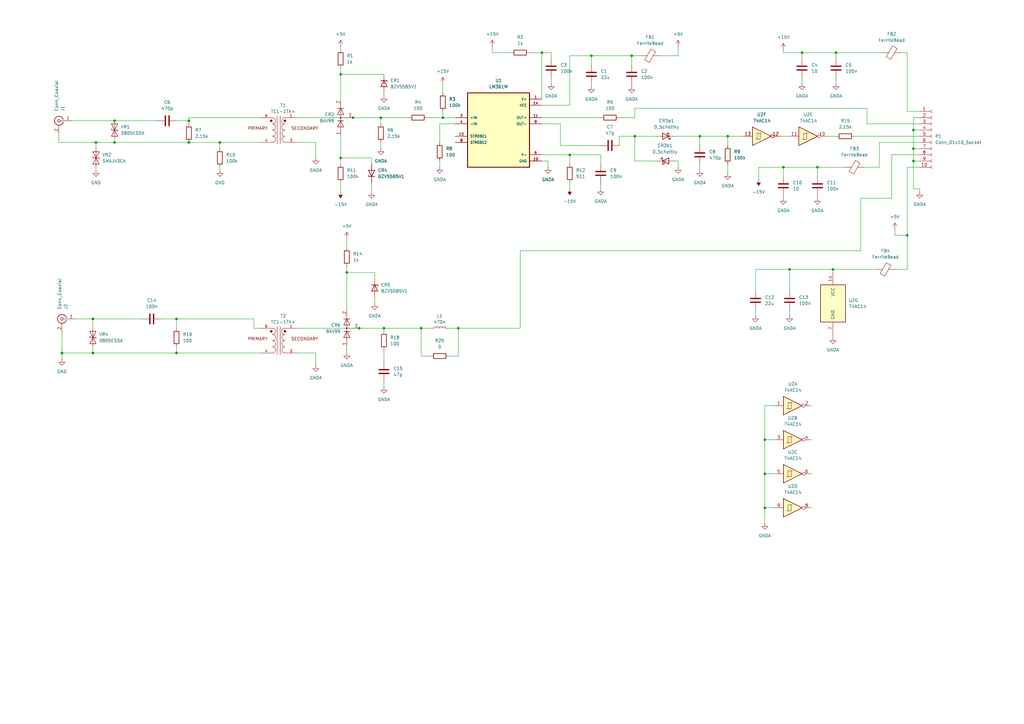
<source format=kicad_sch>
(kicad_sch (version 20250114) (generator "eeschema") (generator_version "9.0")
  (paper "A3")
  (lib_symbols
    (symbol "74xx:74HC14" (pin_names (offset 1.016))
      (property "Reference" "U" (at 0 1.27 0))
      (property "Value" "74HC14" (at 0 -1.27 0))
      (symbol "74HC14_1_0"
        (pin input line (at -7.62 0 0) (length 3.81) (name "~") (number "1"))
        (pin output inverted (at 7.62 0 180) (length 3.81) (name "~") (number "2"))
      )
      (symbol "74HC14_2_0"
        (pin input line (at -7.62 0 0) (length 3.81) (name "~") (number "3"))
        (pin output inverted (at 7.62 0 180) (length 3.81) (name "~") (number "4"))
      )
      (symbol "74HC14_3_0"
        (pin input line (at -7.62 0 0) (length 3.81) (name "~") (number "5"))
        (pin output inverted (at 7.62 0 180) (length 3.81) (name "~") (number "6"))
      )
      (symbol "74HC14_4_0"
        (pin input line (at -7.62 0 0) (length 3.81) (name "~") (number "9"))
        (pin output inverted (at 7.62 0 180) (length 3.81) (name "~") (number "8"))
      )
      (symbol "74HC14_5_0"
        (pin input line (at -7.62 0 0) (length 3.81) (name "~") (number "11"))
        (pin output inverted (at 7.62 0 180) (length 3.81) (name "~") (number "10"))
      )
      (symbol "74HC14_6_0"
        (pin input line (at -7.62 0 0) (length 3.81) (name "~") (number "13"))
        (pin output inverted (at 7.62 0 180) (length 3.81) (name "~") (number "12"))
      )
      (symbol "74HC14_7_0"
        (pin power_in line (at 0 12.7 270) (length 5.08) (name "VCC") (number "14"))
        (pin power_in line (at 0 -12.7 90) (length 5.08) (name "GND") (number "7"))
      )
    )
    (symbol "Connector:Conn_01x10_Socket" (pin_names (offset 1.016) (hide yes))
      (property "Reference" "J" (at 0 12.7 0))
      (property "Value" "Conn_01x10_Socket" (at 0 -15.24 0))
      (symbol "Conn_01x10_Socket_1_1"
        (pin passive line (at -5.08 10.16 0) (length 3.81) (name "Pin_1") (number "1"))
        (pin passive line (at -5.08 7.62 0) (length 3.81) (name "Pin_2") (number "2"))
        (pin passive line (at -5.08 5.08 0) (length 3.81) (name "Pin_3") (number "3"))
        (pin passive line (at -5.08 2.54 0) (length 3.81) (name "Pin_4") (number "4"))
        (pin passive line (at -5.08 0 0) (length 3.81) (name "Pin_5") (number "5"))
        (pin passive line (at -5.08 -2.54 0) (length 3.81) (name "Pin_6") (number "6"))
        (pin passive line (at -5.08 -5.08 0) (length 3.81) (name "Pin_7") (number "7"))
        (pin passive line (at -5.08 -7.62 0) (length 3.81) (name "Pin_8") (number "8"))
        (pin passive line (at -5.08 -10.16 0) (length 3.81) (name "Pin_9") (number "9"))
        (pin passive line (at -5.08 -12.7 0) (length 3.81) (name "Pin_10") (number "10"))
      )
    )
    (symbol "Connector:Conn_Coaxial" (pin_names (offset 1.016) (hide yes))
      (property "Reference" "J" (at 0.254 3.048 0))
      (property "Value" "Conn_Coaxial" (at 2.921 0 90))
      (symbol "Conn_Coaxial_1_1"
        (pin passive line (at -5.08 0 0) (length 2.54) (name "In") (number "1"))
        (pin passive line (at 0 -5.08 90) (length 2.54) (name "Ext") (number "2"))
      )
    )
    (symbol "Device:C" (pin_numbers (hide yes)) (pin_names (offset 0.254))
      (property "Reference" "C" (at 0.635 2.54 0))
      (property "Value" "C" (at 0.635 -2.54 0))
      (symbol "C_1_1"
        (pin passive line (at 0 3.81 270) (length 2.794) (name "~") (number "1"))
        (pin passive line (at 0 -3.81 90) (length 2.794) (name "~") (number "2"))
      )
    )
    (symbol "Device:D_Schottky" (pin_numbers (hide yes)) (pin_names (offset 1.016) (hide yes))
      (property "Reference" "D" (at 0 2.54 0))
      (property "Value" "D_Schottky" (at 0 -2.54 0))
      (symbol "D_Schottky_1_1"
        (pin passive line (at -3.81 0 0) (length 2.54) (name "K") (number "1"))
        (pin passive line (at 3.81 0 180) (length 2.54) (name "A") (number "2"))
      )
    )
    (symbol "Device:FerriteBead" (pin_numbers (hide yes)) (pin_names (offset 0))
      (property "Reference" "FB" (at -3.81 0.635 90))
      (property "Value" "FerriteBead" (at 3.81 0 90))
      (symbol "FerriteBead_1_1"
        (pin passive line (at 0 3.81 270) (length 2.54) (name "~") (number "1"))
        (pin passive line (at 0 -3.81 90) (length 2.54) (name "~") (number "2"))
      )
    )
    (symbol "Device:L" (pin_numbers (hide yes)) (pin_names (offset 1.016) (hide yes))
      (property "Reference" "L" (at -1.27 0 90))
      (property "Value" "L" (at 1.905 0 90))
      (symbol "L_1_1"
        (pin passive line (at 0 3.81 270) (length 1.27) (name "1") (number "1"))
        (pin passive line (at 0 -3.81 90) (length 1.27) (name "2") (number "2"))
      )
    )
    (symbol "Device:R" (pin_numbers (hide yes)) (pin_names (offset 0))
      (property "Reference" "R" (at 2.032 0 90))
      (property "Value" "R" (at 0 0 90))
      (symbol "R_1_1"
        (pin passive line (at 0 3.81 270) (length 1.27) (name "~") (number "1"))
        (pin passive line (at 0 -3.81 90) (length 1.27) (name "~") (number "2"))
      )
    )
    (symbol "Diode:BAV99" (pin_names (hide yes))
      (property "Reference" "D" (at 0 5.08 0))
      (property "Value" "BAV99" (at 0 2.54 0))
      (symbol "BAV99_1_1"
        (pin passive line (at -7.62 0 0) (length 2.54) (name "K") (number "1"))
        (pin passive line (at 0 -5.08 90) (length 2.54) (name "K") (number "3"))
        (pin passive line (at 7.62 0 180) (length 2.54) (name "A") (number "2"))
      )
    )
    (symbol "Diode:BZV55B5V1" (pin_numbers (hide yes)) (pin_names (hide yes))
      (property "Reference" "D" (at 0 2.54 0))
      (property "Value" "BZV55B5V1" (at 0 -2.54 0))
      (symbol "BZV55B5V1_1_1"
        (pin passive line (at -3.81 0 0) (length 2.54) (name "K") (number "1"))
        (pin passive line (at 3.81 0 180) (length 2.54) (name "A") (number "2"))
      )
    )
    (symbol "Diode:SMAJ43CA" (pin_numbers (hide yes)) (pin_names (offset 1.016) (hide yes))
      (property "Reference" "D" (at 0 2.54 0))
      (property "Value" "SMAJ43CA" (at 0 -2.54 0))
      (symbol "SMAJ43CA_1_1"
        (pin passive line (at -3.81 0 0) (length 2.54) (name "A1") (number "1"))
        (pin passive line (at 3.81 0 180) (length 2.54) (name "A2") (number "2"))
      )
    )
    (symbol "LM361M:LM361M" (pin_names (offset 1.016))
      (property "Reference" "U" (at -12.7 16.24 0))
      (property "Value" "LM361M" (at -12.7 -19.24 0))
      (symbol "LM361M_0_0"
        (pin input line (at -17.78 5.08 0) (length 5.08) (name "+IN") (number "3"))
        (pin input line (at -17.78 2.54 0) (length 5.08) (name "-IN") (number "4"))
        (pin bidirectional line (at -17.78 -2.54 0) (length 5.08) (name "STROBE1") (number "13"))
        (pin bidirectional line (at -17.78 -5.08 0) (length 5.08) (name "STROBE2") (number "8"))
        (pin power_in line (at 17.78 12.7 180) (length 5.08) (name "V+") (number "1"))
        (pin power_in line (at 17.78 10.16 180) (length 5.08) (name "VCC") (number "14"))
        (pin output line (at 17.78 5.08 180) (length 5.08) (name "OUT+") (number "11"))
        (pin output line (at 17.78 2.54 180) (length 5.08) (name "OUT-") (number "9"))
        (pin power_in line (at 17.78 -10.16 180) (length 5.08) (name "V-") (number "6"))
        (pin power_in line (at 17.78 -12.7 180) (length 5.08) (name "GND") (number "10"))
      )
    )
    (symbol "TC1-1-13M_:TC1-1-13M_" (pin_names (offset 1.016))
      (property "Reference" "T" (at -5.0839 7.6279 0))
      (property "Value" "TC1-1-13M_" (at -5.0814 -7.6227 0))
      (symbol "TC1-1-13M__0_0"
        (text "PRIMARY" (at -12.7 0 0) (effects (font (size 1.27 1.27)) (justify left bottom)))
        (text "SECONDARY" (at 5.08 0 0) (effects (font (size 1.27 1.27)) (justify left bottom)))
        (pin passive line (at -7.62 5.08 0) (length 5.08) (name "~") (number "6"))
        (pin passive line (at -7.62 -5.08 0) (length 5.08) (name "~") (number "4"))
        (pin passive line (at 7.62 5.08 180) (length 5.08) (name "~") (number "1"))
        (pin passive line (at 7.62 -5.08 180) (length 5.08) (name "~") (number "3"))
      )
    )
    (symbol "power:+15V" (power) (pin_numbers (hide yes)) (pin_names (offset 0) (hide yes))
      (property "Value" "+15V" (at 0 3.556 0))
      (symbol "+15V_1_1"
        (pin power_in line (at 0 0 90) (length 0) (name "~") (number "1"))
      )
    )
    (symbol "power:+5V" (power) (pin_numbers (hide yes)) (pin_names (offset 0) (hide yes))
      (property "Value" "+5V" (at 0 3.556 0))
      (symbol "+5V_1_1"
        (pin power_in line (at 0 0 90) (length 0) (name "~") (number "1"))
      )
    )
    (symbol "power:-15V" (power) (pin_numbers (hide yes)) (pin_names (offset 0) (hide yes))
      (property "Value" "-15V" (at 0 3.556 0))
      (symbol "-15V_0_0"
        (pin power_in line (at 0 0 90) (length 0) (name "~") (number "1"))
      )
    )
    (symbol "power:GND" (power) (pin_numbers (hide yes)) (pin_names (offset 0) (hide yes))
      (property "Value" "GND" (at 0 -3.81 0))
      (symbol "GND_1_1"
        (pin power_in line (at 0 0 270) (length 0) (name "~") (number "1"))
      )
    )
    (symbol "power:GNDA" (power) (pin_numbers (hide yes)) (pin_names (offset 0) (hide yes))
      (property "Value" "GNDA" (at 0 -3.81 0))
      (symbol "GNDA_1_1"
        (pin power_in line (at 0 0 270) (length 0) (name "~") (number "1"))
      )
    )
  )
  (junction (at 38.1 144.78))
  (junction (at 72.39 144.78))
  (junction (at 335.28 68.58))
  (junction (at 147.32 134.62))
  (junction (at 77.47 49.53))
  (junction (at 260.35 55.88))
  (junction (at 242.57 22.86))
  (junction (at 233.68 63.5))
  (junction (at 341.63 110.49))
  (junction (at 46.99 49.53))
  (junction (at 374.65 60.96))
  (junction (at 374.65 66.04))
  (junction (at 287.02 55.88))
  (junction (at 181.61 48.26))
  (junction (at 156.21 48.26))
  (junction (at 72.39 130.81))
  (junction (at 298.45 55.88))
  (junction (at 157.48 134.62))
  (junction (at 46.99 58.42))
  (junction (at 77.47 58.42))
  (junction (at 374.65 53.34))
  (junction (at 313.69 208.28))
  (junction (at 142.24 111.76))
  (junction (at 342.9 21.59))
  (junction (at 38.1 130.81))
  (junction (at 323.85 110.49))
  (junction (at 90.17 58.42))
  (junction (at 259.08 22.86))
  (junction (at 144.78 48.26))
  (junction (at 372.11 96.52))
  (junction (at 321.31 68.58))
  (junction (at 222.25 21.59))
  (junction (at 39.37 58.42))
  (junction (at 328.93 21.59))
  (junction (at 187.96 134.62))
  (junction (at 25.4 144.78))
  (junction (at 313.69 194.31))
  (junction (at 313.69 180.34))
  (junction (at 139.7 64.77))
  (junction (at 139.7 30.48))
  (junction (at 172.72 134.62))
  (wire (pts (xy 90.17 58.42) (xy 106.68 58.42)))
  (wire (pts (xy 233.68 63.5) (xy 233.68 67.31)))
  (wire (pts (xy 269.24 66.04) (xy 260.35 66.04)))
  (wire (pts (xy 222.25 40.64) (xy 222.25 21.59)))
  (wire (pts (xy 365.76 63.5) (xy 365.76 81.28)))
  (wire (pts (xy 355.6 50.8) (xy 377.19 50.8)))
  (wire (pts (xy 374.65 66.04) (xy 374.65 60.96)))
  (wire (pts (xy 342.9 31.75) (xy 342.9 34.29)))
  (wire (pts (xy 139.7 74.93) (xy 139.7 78.74)))
  (wire (pts (xy 372.11 21.59) (xy 372.11 45.72)))
  (wire (pts (xy 152.4 74.93) (xy 152.4 78.74)))
  (wire (pts (xy 157.48 156.21) (xy 157.48 158.75)))
  (wire (pts (xy 377.19 66.04) (xy 374.65 66.04)))
  (wire (pts (xy 121.92 48.26) (xy 144.78 48.26)))
  (wire (pts (xy 246.38 63.5) (xy 233.68 63.5)))
  (wire (pts (xy 217.17 21.59) (xy 222.25 21.59)))
  (wire (pts (xy 176.53 146.05) (xy 172.72 146.05)))
  (wire (pts (xy 153.67 114.3) (xy 153.67 111.76)))
  (wire (pts (xy 157.48 135.89) (xy 157.48 134.62)))
  (wire (pts (xy 144.78 48.26) (xy 156.21 48.26)))
  (wire (pts (xy 377.19 58.42) (xy 360.68 58.42)))
  (wire (pts (xy 377.19 63.5) (xy 365.76 63.5)))
  (wire (pts (xy 287.02 67.31) (xy 287.02 69.85)))
  (wire (pts (xy 147.32 134.62) (xy 157.48 134.62)))
  (wire (pts (xy 156.21 58.42) (xy 156.21 60.96)))
  (wire (pts (xy 229.87 59.69) (xy 246.38 59.69)))
  (wire (pts (xy 353.06 81.28) (xy 353.06 102.87)))
  (wire (pts (xy 72.39 144.78) (xy 106.68 144.78)))
  (wire (pts (xy 278.13 19.05) (xy 278.13 22.86)))
  (wire (pts (xy 181.61 34.29) (xy 181.61 38.1)))
  (wire (pts (xy 72.39 144.78) (xy 72.39 142.24)))
  (wire (pts (xy 222.25 21.59) (xy 226.06 21.59)))
  (wire (pts (xy 260.35 48.26) (xy 260.35 44.45)))
  (wire (pts (xy 142.24 97.79) (xy 142.24 101.6)))
  (wire (pts (xy 226.06 31.75) (xy 226.06 34.29)))
  (wire (pts (xy 260.35 66.04) (xy 260.35 55.88)))
  (wire (pts (xy 254 55.88) (xy 260.35 55.88)))
  (wire (pts (xy 39.37 58.42) (xy 24.13 58.42)))
  (wire (pts (xy 372.11 45.72) (xy 377.19 45.72)))
  (wire (pts (xy 157.48 143.51) (xy 157.48 148.59)))
  (wire (pts (xy 152.4 67.31) (xy 152.4 64.77)))
  (wire (pts (xy 298.45 55.88) (xy 304.8 55.88)))
  (wire (pts (xy 298.45 59.69) (xy 298.45 55.88)))
  (wire (pts (xy 201.93 19.05) (xy 201.93 21.59)))
  (wire (pts (xy 121.92 58.42) (xy 129.54 58.42)))
  (wire (pts (xy 360.68 68.58) (xy 354.33 68.58)))
  (wire (pts (xy 46.99 58.42) (xy 39.37 58.42)))
  (wire (pts (xy 309.88 127) (xy 309.88 129.54)))
  (wire (pts (xy 372.11 110.49) (xy 367.03 110.49)))
  (wire (pts (xy 278.13 22.86) (xy 270.51 22.86)))
  (wire (pts (xy 298.45 67.31) (xy 298.45 71.12)))
  (wire (pts (xy 276.86 66.04) (xy 278.13 66.04)))
  (wire (pts (xy 139.7 30.48) (xy 139.7 40.64)))
  (wire (pts (xy 339.09 55.88) (xy 342.9 55.88)))
  (wire (pts (xy 46.99 57.15) (xy 46.99 58.42)))
  (wire (pts (xy 172.72 134.62) (xy 176.53 134.62)))
  (wire (pts (xy 323.85 110.49) (xy 341.63 110.49)))
  (wire (pts (xy 328.93 21.59) (xy 321.31 21.59)))
  (wire (pts (xy 317.5 208.28) (xy 313.69 208.28)))
  (wire (pts (xy 121.92 134.62) (xy 147.32 134.62)))
  (wire (pts (xy 374.65 60.96) (xy 374.65 53.34)))
  (wire (pts (xy 72.39 49.53) (xy 77.47 49.53)))
  (wire (pts (xy 153.67 111.76) (xy 142.24 111.76)))
  (wire (pts (xy 309.88 110.49) (xy 309.88 119.38)))
  (wire (pts (xy 313.69 194.31) (xy 317.5 194.31)))
  (wire (pts (xy 260.35 44.45) (xy 355.6 44.45)))
  (wire (pts (xy 377.19 48.26) (xy 374.65 48.26)))
  (wire (pts (xy 246.38 74.93) (xy 246.38 77.47)))
  (wire (pts (xy 374.65 77.47) (xy 374.65 66.04)))
  (wire (pts (xy 104.14 130.81) (xy 104.14 134.62)))
  (wire (pts (xy 46.99 49.53) (xy 64.77 49.53)))
  (wire (pts (xy 142.24 142.24) (xy 142.24 144.78)))
  (wire (pts (xy 353.06 102.87) (xy 213.36 102.87)))
  (wire (pts (xy 157.48 134.62) (xy 172.72 134.62)))
  (wire (pts (xy 139.7 30.48) (xy 157.48 30.48)))
  (wire (pts (xy 313.69 180.34) (xy 313.69 194.31)))
  (wire (pts (xy 359.41 110.49) (xy 341.63 110.49)))
  (wire (pts (xy 222.25 48.26) (xy 246.38 48.26)))
  (wire (pts (xy 229.87 50.8) (xy 229.87 59.69)))
  (wire (pts (xy 222.25 43.18) (xy 233.68 43.18)))
  (wire (pts (xy 311.15 68.58) (xy 321.31 68.58)))
  (wire (pts (xy 46.99 58.42) (xy 77.47 58.42)))
  (wire (pts (xy 335.28 68.58) (xy 335.28 72.39)))
  (wire (pts (xy 213.36 134.62) (xy 187.96 134.62)))
  (wire (pts (xy 175.26 48.26) (xy 181.61 48.26)))
  (wire (pts (xy 30.48 130.81) (xy 38.1 130.81)))
  (wire (pts (xy 25.4 144.78) (xy 25.4 147.32)))
  (wire (pts (xy 321.31 68.58) (xy 335.28 68.58)))
  (wire (pts (xy 222.25 63.5) (xy 233.68 63.5)))
  (wire (pts (xy 262.89 22.86) (xy 259.08 22.86)))
  (wire (pts (xy 365.76 81.28) (xy 353.06 81.28)))
  (wire (pts (xy 139.7 19.05) (xy 139.7 20.32)))
  (wire (pts (xy 311.15 73.66) (xy 311.15 68.58)))
  (wire (pts (xy 153.67 121.92) (xy 153.67 124.46)))
  (wire (pts (xy 77.47 48.26) (xy 77.47 49.53)))
  (wire (pts (xy 328.93 31.75) (xy 328.93 34.29)))
  (wire (pts (xy 233.68 43.18) (xy 233.68 22.86)))
  (wire (pts (xy 77.47 49.53) (xy 77.47 50.8)))
  (wire (pts (xy 341.63 110.49) (xy 341.63 111.76)))
  (wire (pts (xy 259.08 22.86) (xy 259.08 26.67)))
  (wire (pts (xy 187.96 134.62) (xy 187.96 146.05)))
  (wire (pts (xy 254 59.69) (xy 254 55.88)))
  (wire (pts (xy 142.24 109.22) (xy 142.24 111.76)))
  (wire (pts (xy 246.38 67.31) (xy 246.38 63.5)))
  (wire (pts (xy 90.17 68.58) (xy 90.17 69.85)))
  (wire (pts (xy 66.04 130.81) (xy 72.39 130.81)))
  (wire (pts (xy 313.69 166.37) (xy 313.69 180.34)))
  (wire (pts (xy 226.06 21.59) (xy 226.06 24.13)))
  (wire (pts (xy 181.61 48.26) (xy 186.69 48.26)))
  (wire (pts (xy 361.95 21.59) (xy 342.9 21.59)))
  (wire (pts (xy 222.25 50.8) (xy 229.87 50.8)))
  (wire (pts (xy 335.28 80.01) (xy 335.28 81.28)))
  (wire (pts (xy 328.93 21.59) (xy 342.9 21.59)))
  (wire (pts (xy 72.39 130.81) (xy 104.14 130.81)))
  (wire (pts (xy 309.88 110.49) (xy 323.85 110.49)))
  (wire (pts (xy 233.68 74.93) (xy 233.68 77.47)))
  (wire (pts (xy 321.31 80.01) (xy 321.31 81.28)))
  (wire (pts (xy 25.4 135.89) (xy 25.4 144.78)))
  (wire (pts (xy 342.9 21.59) (xy 342.9 24.13)))
  (wire (pts (xy 350.52 55.88) (xy 377.19 55.88)))
  (wire (pts (xy 242.57 34.29) (xy 242.57 35.56)))
  (wire (pts (xy 321.31 72.39) (xy 321.31 68.58)))
  (wire (pts (xy 259.08 34.29) (xy 259.08 35.56)))
  (wire (pts (xy 367.03 93.98) (xy 367.03 96.52)))
  (wire (pts (xy 374.65 48.26) (xy 374.65 53.34)))
  (wire (pts (xy 242.57 26.67) (xy 242.57 22.86)))
  (wire (pts (xy 222.25 66.04) (xy 224.79 66.04)))
  (wire (pts (xy 323.85 119.38) (xy 323.85 110.49)))
  (wire (pts (xy 367.03 96.52) (xy 372.11 96.52)))
  (wire (pts (xy 139.7 64.77) (xy 139.7 67.31)))
  (wire (pts (xy 313.69 180.34) (xy 317.5 180.34)))
  (wire (pts (xy 184.15 134.62) (xy 187.96 134.62)))
  (wire (pts (xy 39.37 68.58) (xy 39.37 69.85)))
  (wire (pts (xy 121.92 144.78) (xy 129.54 144.78)))
  (wire (pts (xy 72.39 130.81) (xy 72.39 134.62)))
  (wire (pts (xy 29.21 49.53) (xy 46.99 49.53)))
  (wire (pts (xy 139.7 64.77) (xy 152.4 64.77)))
  (wire (pts (xy 372.11 96.52) (xy 372.11 110.49)))
  (wire (pts (xy 77.47 48.26) (xy 106.68 48.26)))
  (wire (pts (xy 287.02 55.88) (xy 287.02 59.69)))
  (wire (pts (xy 187.96 146.05) (xy 184.15 146.05)))
  (wire (pts (xy 180.34 50.8) (xy 180.34 58.42)))
  (wire (pts (xy 157.48 38.1) (xy 157.48 39.37)))
  (wire (pts (xy 139.7 55.88) (xy 139.7 64.77)))
  (wire (pts (xy 129.54 64.77) (xy 129.54 58.42)))
  (wire (pts (xy 298.45 55.88) (xy 287.02 55.88)))
  (wire (pts (xy 139.7 27.94) (xy 139.7 30.48)))
  (wire (pts (xy 377.19 60.96) (xy 374.65 60.96)))
  (wire (pts (xy 186.69 50.8) (xy 180.34 50.8)))
  (wire (pts (xy 276.86 55.88) (xy 287.02 55.88)))
  (wire (pts (xy 377.19 68.58) (xy 372.11 68.58)))
  (wire (pts (xy 224.79 66.04) (xy 224.79 68.58)))
  (wire (pts (xy 377.19 78.74) (xy 377.19 77.47)))
  (wire (pts (xy 341.63 137.16) (xy 341.63 138.43)))
  (wire (pts (xy 321.31 21.59) (xy 321.31 20.32)))
  (wire (pts (xy 142.24 111.76) (xy 142.24 127)))
  (wire (pts (xy 369.57 21.59) (xy 372.11 21.59)))
  (wire (pts (xy 313.69 208.28) (xy 313.69 214.63)))
  (wire (pts (xy 104.14 134.62) (xy 106.68 134.62)))
  (wire (pts (xy 25.4 144.78) (xy 38.1 144.78)))
  (wire (pts (xy 317.5 166.37) (xy 313.69 166.37)))
  (wire (pts (xy 77.47 58.42) (xy 90.17 58.42)))
  (wire (pts (xy 180.34 66.04) (xy 180.34 68.58)))
  (wire (pts (xy 129.54 144.78) (xy 129.54 149.86)))
  (wire (pts (xy 213.36 102.87) (xy 213.36 134.62)))
  (wire (pts (xy 328.93 21.59) (xy 328.93 24.13)))
  (wire (pts (xy 24.13 58.42) (xy 24.13 54.61)))
  (wire (pts (xy 320.04 55.88) (xy 323.85 55.88)))
  (wire (pts (xy 254 48.26) (xy 260.35 48.26)))
  (wire (pts (xy 278.13 66.04) (xy 278.13 68.58)))
  (wire (pts (xy 355.6 44.45) (xy 355.6 50.8)))
  (wire (pts (xy 313.69 208.28) (xy 313.69 194.31)))
  (wire (pts (xy 360.68 58.42) (xy 360.68 68.58)))
  (wire (pts (xy 38.1 144.78) (xy 38.1 142.24)))
  (wire (pts (xy 90.17 60.96) (xy 90.17 58.42)))
  (wire (pts (xy 233.68 22.86) (xy 242.57 22.86)))
  (wire (pts (xy 260.35 55.88) (xy 269.24 55.88)))
  (wire (pts (xy 374.65 53.34) (xy 377.19 53.34)))
  (wire (pts (xy 201.93 21.59) (xy 209.55 21.59)))
  (wire (pts (xy 156.21 48.26) (xy 167.64 48.26)))
  (wire (pts (xy 39.37 58.42) (xy 39.37 60.96)))
  (wire (pts (xy 156.21 48.26) (xy 156.21 50.8)))
  (wire (pts (xy 323.85 127) (xy 323.85 129.54)))
  (wire (pts (xy 38.1 130.81) (xy 58.42 130.81)))
  (wire (pts (xy 172.72 146.05) (xy 172.72 134.62)))
  (wire (pts (xy 38.1 130.81) (xy 38.1 134.62)))
  (wire (pts (xy 181.61 48.26) (xy 181.61 45.72)))
  (wire (pts (xy 242.57 22.86) (xy 259.08 22.86)))
  (wire (pts (xy 38.1 144.78) (xy 72.39 144.78)))
  (wire (pts (xy 372.11 68.58) (xy 372.11 96.52)))
  (wire (pts (xy 346.71 68.58) (xy 335.28 68.58)))
  (wire (pts (xy 377.19 77.47) (xy 374.65 77.47)))
  (symbol (lib_id "Device:FerriteBead") (at 266.7 22.86 90) (unit 1)
    (property "Reference" "FB1" (at 266.6492 15.24 90))
    (property "Value" "FerriteBead" (at 266.6492 17.78 90))
    (property "Footprint" "Inductor_SMD:L_0805_2012Metric" (effects (hide yes)))
    (property "Description" "Ferrite bead" (effects (hide yes)))
  )
  (symbol (lib_id "Device:R") (at 181.61 41.91 180) (unit 1)
    (property "Reference" "R3" (at 184.15 40.6399 0) (effects (justify right)))
    (property "Value" "100k" (at 184.15 43.1799 0) (effects (justify right)))
    (property "Footprint" "Resistor_SMD:R_0805_2012Metric" (effects (hide yes)))
    (property "Description" "Resistor" (effects (hide yes)))
  )
  (symbol (lib_id "power:GNDA") (at 323.85 129.54 0) (unit 1)
    (property "Reference" "#PWR025" (effects (hide yes)))
    (property "Value" "GNDA" (at 323.85 134.62 0))
    (property "Description" "Power symbol creates a global label with name \"GNDA\" , analog ground" (effects (hide yes)))
  )
  (symbol (lib_id "Device:C") (at 62.23 130.81 90) (unit 1)
    (property "Reference" "C14" (at 62.23 123.19 90))
    (property "Value" "100n" (at 62.23 125.73 90))
    (property "Footprint" "Capacitor_SMD:C_0805_2012Metric" (effects (hide yes)))
    (property "Description" "Unpolarized capacitor" (effects (hide yes)))
  )
  (symbol (lib_id "Device:R") (at 157.48 139.7 0) (unit 1)
    (property "Reference" "R18" (at 160.02 138.4299 0) (effects (justify left)))
    (property "Value" "100" (at 160.02 140.9699 0) (effects (justify left)))
    (property "Footprint" "Resistor_SMD:R_0805_2012Metric" (effects (hide yes)))
    (property "Description" "Resistor" (effects (hide yes)))
  )
  (symbol (lib_id "Device:R") (at 346.71 55.88 270) (unit 1)
    (property "Reference" "R15" (at 346.71 49.53 90))
    (property "Value" "2.15k" (at 346.71 52.07 90))
    (property "Footprint" "Resistor_SMD:R_0805_2012Metric" (effects (hide yes)))
    (property "Description" "Resistor" (effects (hide yes)))
  )
  (symbol (lib_id "power:+5V") (at 142.24 97.79 0) (unit 1)
    (property "Reference" "#PWR038" (effects (hide yes)))
    (property "Value" "+5V" (at 142.24 92.71 0))
    (property "Description" "Power symbol creates a global label with name \"+5V\"" (effects (hide yes)))
  )
  (symbol (lib_id "Device:FerriteBead") (at 365.76 21.59 90) (unit 1)
    (property "Reference" "FB2" (at 365.7092 13.97 90))
    (property "Value" "FerriteBead" (at 365.7092 16.51 90))
    (property "Footprint" "Inductor_SMD:L_0805_2012Metric" (effects (hide yes)))
    (property "Description" "Ferrite bead" (effects (hide yes)))
  )
  (symbol (lib_id "Device:C") (at 246.38 71.12 180) (unit 1)
    (property "Reference" "C9" (at 250.19 69.8499 0) (effects (justify right)))
    (property "Value" "100n" (at 250.19 72.3899 0) (effects (justify right)))
    (property "Footprint" "Capacitor_SMD:C_0805_2012Metric" (effects (hide yes)))
    (property "Description" "Unpolarized capacitor" (effects (hide yes)))
  )
  (symbol (lib_id "power:GNDA") (at 129.54 64.77 0) (unit 1)
    (property "Reference" "#PWR04" (effects (hide yes)))
    (property "Value" "GNDA" (at 129.54 69.85 0))
    (property "Description" "Power symbol creates a global label with name \"GNDA\" , analog ground" (effects (hide yes)))
  )
  (symbol (lib_id "74xx:74HC14") (at 312.42 55.88 0) (unit 6)
    (property "Reference" "U2" (at 312.42 46.99 0))
    (property "Value" "74AC14" (at 312.42 49.53 0))
    (property "Footprint" "Package_SO:SOIC-14_3.9x8.7mm_P1.27mm" (effects (hide yes)))
    (property "Datasheet" "http://www.ti.com/lit/gpn/sn74HC14" (effects (hide yes)))
    (property "Description" "Hex inverter schmitt trigger" (effects (hide yes)))
  )
  (symbol (lib_id "power:GNDA") (at 298.45 71.12 0) (unit 1)
    (property "Reference" "#PWR023" (effects (hide yes)))
    (property "Value" "GNDA" (at 298.45 76.2 0))
    (property "Description" "Power symbol creates a global label with name \"GNDA\" , analog ground" (effects (hide yes)))
  )
  (symbol (lib_id "power:-15V") (at 311.15 73.66 180) (unit 1)
    (property "Reference" "#PWR034" (effects (hide yes)))
    (property "Value" "-15V" (at 311.15 78.74 0))
    (property "Description" "Power symbol creates a global label with name \"-15V\"" (effects (hide yes)))
  )
  (symbol (lib_id "TC1-1-13M_:TC1-1-13M_") (at 114.3 53.34 0) (unit 1)
    (property "Reference" "T1" (at 116.1045 43.18 0))
    (property "Value" "TC1-1TX+" (at 116.1045 45.72 0))
    (property "Footprint" "libs:XFMR_TC1-1-13M_" (effects (hide yes)))
    (property "MF" "Mini-Circuits" (effects (hide yes)))
    (property "MAXIMUM_PACKAGE_HEIGHT" "4.06 mm" (effects (hide yes)))
    (property "Package" "SMD-6 Mini-Circuits" (effects (hide yes)))
    (property "Price" "None" (effects (hide yes)))
    (property "Check_prices" "https://www.snapeda.com/parts/TC1-1-13M+/Mini-Circuits/view-part/?ref=eda" (effects (hide yes)))
    (property "STANDARD" "Manufacturer Recommendations" (effects (hide yes)))
    (property "PARTREV" "F" (effects (hide yes)))
    (property "SnapEDA_Link" "https://www.snapeda.com/parts/TC1-1-13M+/Mini-Circuits/view-part/?ref=snap" (effects (hide yes)))
    (property "MP" "TC1-1-13M+" (effects (hide yes)))
    (property "Description_1" "Audio Transformers / Signal Transformers 1:1 CORE & WIRE Transformer, 4.5 - 3000 MHz, 50 ohms" (effects (hide yes)))
    (property "Availability" "In Stock" (effects (hide yes)))
    (property "MANUFACTURER" "Mini-Circuits" (effects (hide yes)))
  )
  (symbol (lib_id "power:GNDA") (at 259.08 35.56 0) (unit 1)
    (property "Reference" "#PWR015" (effects (hide yes)))
    (property "Value" "GNDA" (at 259.08 40.64 0))
    (property "Description" "Power symbol creates a global label with name \"GNDA\" , analog ground" (effects (hide yes)))
  )
  (symbol (lib_id "power:GNDA") (at 157.48 158.75 0) (unit 1)
    (property "Reference" "#PWR039" (effects (hide yes)))
    (property "Value" "GNDA" (at 157.48 163.83 0))
    (property "Description" "Power symbol creates a global label with name \"GNDA\" , analog ground" (effects (hide yes)))
  )
  (symbol (lib_id "74xx:74HC14") (at 325.12 194.31 0) (unit 3)
    (property "Reference" "U2" (at 325.12 185.42 0))
    (property "Value" "74AC14" (at 325.12 187.96 0))
    (property "Footprint" "Package_SO:SOIC-14_3.9x8.7mm_P1.27mm" (effects (hide yes)))
    (property "Datasheet" "http://www.ti.com/lit/gpn/sn74HC14" (effects (hide yes)))
    (property "Description" "Hex inverter schmitt trigger" (effects (hide yes)))
  )
  (symbol (lib_id "power:GNDA") (at 152.4 78.74 0) (unit 1)
    (property "Reference" "#PWR06" (effects (hide yes)))
    (property "Value" "GNDA" (at 152.4 83.82 0))
    (property "Description" "Power symbol creates a global label with name \"GNDA\" , analog ground" (effects (hide yes)))
  )
  (symbol (lib_id "power:GNDA") (at 287.02 69.85 0) (unit 1)
    (property "Reference" "#PWR022" (effects (hide yes)))
    (property "Value" "GNDA" (at 287.02 74.93 0))
    (property "Description" "Power symbol creates a global label with name \"GNDA\" , analog ground" (effects (hide yes)))
  )
  (symbol (lib_id "power:+5V") (at 139.7 19.05 0) (unit 1)
    (property "Reference" "#PWR09" (effects (hide yes)))
    (property "Value" "+5V" (at 139.7 13.97 0))
    (property "Description" "Power symbol creates a global label with name \"+5V\"" (effects (hide yes)))
  )
  (symbol (lib_id "power:+15V") (at 321.31 20.32 0) (unit 1)
    (property "Reference" "#PWR029" (effects (hide yes)))
    (property "Value" "+15V" (at 321.31 15.24 0))
    (property "Description" "Power symbol creates a global label with name \"+15V\"" (effects (hide yes)))
  )
  (symbol (lib_id "Diode:BAV99") (at 142.24 134.62 90) (unit 1)
    (property "Reference" "CR6" (at 139.7 133.3499 90) (effects (justify left)))
    (property "Value" "BAV99" (at 139.7 135.8899 90) (effects (justify left)))
    (property "Footprint" "Package_TO_SOT_SMD:SOT-23" (effects (hide yes)))
    (property "Datasheet" "https://assets.nexperia.com/documents/data-sheet/BAV99_SER.pdf" (effects (hide yes)))
    (property "Description" "BAV99 High-speed switching diodes, SOT-23" (effects (hide yes)))
  )
  (symbol (lib_id "power:GNDA") (at 180.34 68.58 0) (unit 1)
    (property "Reference" "#PWR012" (effects (hide yes)))
    (property "Value" "GNDA" (at 180.34 73.66 0))
    (property "Description" "Power symbol creates a global label with name \"GNDA\" , analog ground" (effects (hide yes)))
  )
  (symbol (lib_id "LM361M:LM361M") (at 204.47 53.34 0) (unit 1)
    (property "Reference" "U1" (at 204.47 33.02 0))
    (property "Value" "LM361M" (at 204.47 35.56 0))
    (property "Footprint" "Package_SO:SOIC-14_3.9x8.7mm_P1.27mm" (effects (hide yes)))
    (property "MF" "Texas Instruments" (effects (hide yes)))
    (property "Description_1" "140-ns, differential comparator with strobe" (effects (hide yes)))
    (property "Package" "SOIC-14 Texas Instruments" (effects (hide yes)))
    (property "Price" "None" (effects (hide yes)))
    (property "SnapEDA_Link" "https://www.snapeda.com/parts/LM361M/Texas+Instruments/view-part/?ref=snap" (effects (hide yes)))
    (property "MP" "LM361M" (effects (hide yes)))
    (property "Availability" "In Stock" (effects (hide yes)))
    (property "Check_prices" "https://www.snapeda.com/parts/LM361M/Texas+Instruments/view-part/?ref=eda" (effects (hide yes)))
  )
  (symbol (lib_id "Device:FerriteBead") (at 350.52 68.58 90) (unit 1)
    (property "Reference" "FB3" (at 350.4692 60.96 90))
    (property "Value" "FerriteBead" (at 350.4692 63.5 90))
    (property "Footprint" "Inductor_SMD:L_0805_2012Metric" (effects (hide yes)))
    (property "Description" "Ferrite bead" (effects (hide yes)))
  )
  (symbol (lib_id "74xx:74HC14") (at 341.63 124.46 0) (unit 7)
    (property "Reference" "U2" (at 347.98 123.1899 0) (effects (justify left)))
    (property "Value" "74AC14" (at 347.98 125.7299 0) (effects (justify left)))
    (property "Footprint" "Package_SO:SOIC-14_3.9x8.7mm_P1.27mm" (effects (hide yes)))
    (property "Datasheet" "http://www.ti.com/lit/gpn/sn74HC14" (effects (hide yes)))
    (property "Description" "Hex inverter schmitt trigger" (effects (hide yes)))
  )
  (symbol (lib_id "Device:R") (at 213.36 21.59 270) (unit 1)
    (property "Reference" "R2" (at 213.36 15.24 90))
    (property "Value" "1k" (at 213.36 17.78 90))
    (property "Footprint" "Resistor_SMD:R_0805_2012Metric" (effects (hide yes)))
    (property "Description" "Resistor" (effects (hide yes)))
  )
  (symbol (lib_id "Device:R") (at 90.17 64.77 0) (unit 1)
    (property "Reference" "R10" (at 92.71 63.4999 0) (effects (justify left)))
    (property "Value" "100k" (at 92.71 66.0399 0) (effects (justify left)))
    (property "Footprint" "Resistor_SMD:R_0805_2012Metric" (effects (hide yes)))
    (property "Description" "Resistor" (effects (hide yes)))
  )
  (symbol (lib_id "Device:R") (at 142.24 105.41 0) (unit 1)
    (property "Reference" "R14" (at 144.78 104.1399 0) (effects (justify left)))
    (property "Value" "1k" (at 144.78 106.6799 0) (effects (justify left)))
    (property "Footprint" "Resistor_SMD:R_0805_2012Metric" (effects (hide yes)))
    (property "Description" "Resistor" (effects (hide yes)))
  )
  (symbol (lib_id "Device:C") (at 323.85 123.19 180) (unit 1)
    (property "Reference" "C13" (at 327.66 121.9199 0) (effects (justify right)))
    (property "Value" "100n" (at 327.66 124.4599 0) (effects (justify right)))
    (property "Footprint" "Capacitor_SMD:C_0805_2012Metric" (effects (hide yes)))
    (property "Description" "Unpolarized capacitor" (effects (hide yes)))
  )
  (symbol (lib_id "Device:D_Schottky") (at 273.05 55.88 180) (unit 1)
    (property "Reference" "CR3a1" (at 273.3675 49.53 0))
    (property "Value" "D_Schottky" (at 273.3675 52.07 0))
    (property "Footprint" "Diode_SMD:D_SOD-523" (effects (hide yes)))
    (property "Description" "Schottky diode" (effects (hide yes)))
  )
  (symbol (lib_id "Diode:BZV55B5V1") (at 153.67 118.11 270) (unit 1)
    (property "Reference" "CR5" (at 156.21 116.8399 90) (effects (justify left)))
    (property "Value" "BZV55B5V1" (at 156.21 119.3799 90) (effects (justify left)))
    (property "Footprint" "Diode_SMD:D_MiniMELF" (effects (hide yes)))
    (property "Datasheet" "https://assets.nexperia.com/documents/data-sheet/BZV55_SER.pdf" (effects (hide yes)))
    (property "Description" "5.1V, 500mW, 2%, Zener diode, MiniMELF" (effects (hide yes)))
  )
  (symbol (lib_id "Device:R") (at 139.7 24.13 0) (unit 1)
    (property "Reference" "R1" (at 142.24 22.8599 0) (effects (justify left)))
    (property "Value" "1k" (at 142.24 25.3999 0) (effects (justify left)))
    (property "Footprint" "Resistor_SMD:R_0805_2012Metric" (effects (hide yes)))
    (property "Description" "Resistor" (effects (hide yes)))
  )
  (symbol (lib_id "74xx:74HC14") (at 331.47 55.88 0) (unit 5)
    (property "Reference" "U2" (at 331.47 46.99 0))
    (property "Value" "74AC14" (at 331.47 49.53 0))
    (property "Footprint" "Package_SO:SOIC-14_3.9x8.7mm_P1.27mm" (effects (hide yes)))
    (property "Datasheet" "http://www.ti.com/lit/gpn/sn74HC14" (effects (hide yes)))
    (property "Description" "Hex inverter schmitt trigger" (effects (hide yes)))
  )
  (symbol (lib_id "power:GNDA") (at 157.48 39.37 0) (unit 1)
    (property "Reference" "#PWR08" (effects (hide yes)))
    (property "Value" "GNDA" (at 157.48 44.45 0))
    (property "Description" "Power symbol creates a global label with name \"GNDA\" , analog ground" (effects (hide yes)))
  )
  (symbol (lib_id "Device:R") (at 180.34 62.23 180) (unit 1)
    (property "Reference" "R8" (at 182.88 60.9599 0) (effects (justify right)))
    (property "Value" "100" (at 182.88 63.4999 0) (effects (justify right)))
    (property "Footprint" "Resistor_SMD:R_0805_2012Metric" (effects (hide yes)))
    (property "Description" "Resistor" (effects (hide yes)))
  )
  (symbol (lib_id "power:-15V") (at 139.7 78.74 180) (unit 1)
    (property "Reference" "#PWR07" (effects (hide yes)))
    (property "Value" "-15V" (at 139.7 83.82 0))
    (property "Description" "Power symbol creates a global label with name \"-15V\"" (effects (hide yes)))
  )
  (symbol (lib_id "Device:R") (at 77.47 54.61 0) (unit 1)
    (property "Reference" "R7" (at 80.01 53.3399 0) (effects (justify left)))
    (property "Value" "2.15k" (at 80.01 55.8799 0) (effects (justify left)))
    (property "Footprint" "Resistor_SMD:R_0805_2012Metric" (effects (hide yes)))
    (property "Description" "Resistor" (effects (hide yes)))
  )
  (symbol (lib_id "power:GNDA") (at 153.67 124.46 0) (unit 1)
    (property "Reference" "#PWR037" (effects (hide yes)))
    (property "Value" "GNDA" (at 153.67 129.54 0))
    (property "Description" "Power symbol creates a global label with name \"GNDA\" , analog ground" (effects (hide yes)))
  )
  (symbol (lib_id "Device:C") (at 242.57 30.48 180) (unit 1)
    (property "Reference" "C1" (at 246.38 29.2099 0) (effects (justify right)))
    (property "Value" "22u" (at 246.38 31.7499 0) (effects (justify right)))
    (property "Footprint" "Capacitor_SMD:C_0805_2012Metric" (effects (hide yes)))
    (property "Description" "Unpolarized capacitor" (effects (hide yes)))
  )
  (symbol (lib_id "power:GNDA") (at 156.21 60.96 0) (unit 1)
    (property "Reference" "#PWR010" (effects (hide yes)))
    (property "Value" "GNDA" (at 156.21 66.04 0))
    (property "Description" "Power symbol creates a global label with name \"GNDA\" , analog ground" (effects (hide yes)))
  )
  (symbol (lib_id "Device:R") (at 72.39 138.43 0) (unit 1)
    (property "Reference" "R19" (at 74.93 137.1599 0) (effects (justify left)))
    (property "Value" "100" (at 74.93 139.6999 0) (effects (justify left)))
    (property "Footprint" "Resistor_SMD:R_0805_2012Metric" (effects (hide yes)))
    (property "Description" "Resistor" (effects (hide yes)))
  )
  (symbol (lib_id "power:GNDA") (at 342.9 34.29 0) (unit 1)
    (property "Reference" "#PWR031" (effects (hide yes)))
    (property "Value" "GNDA" (at 342.9 39.37 0))
    (property "Description" "Power symbol creates a global label with name \"GNDA\" , analog ground" (effects (hide yes)))
  )
  (symbol (lib_id "power:GNDA") (at 242.57 35.56 0) (unit 1)
    (property "Reference" "#PWR014" (effects (hide yes)))
    (property "Value" "GNDA" (at 242.57 40.64 0))
    (property "Description" "Power symbol creates a global label with name \"GNDA\" , analog ground" (effects (hide yes)))
  )
  (symbol (lib_id "power:+15V") (at 201.93 19.05 0) (unit 1)
    (property "Reference" "#PWR017" (effects (hide yes)))
    (property "Value" "+15V" (at 201.93 13.97 0))
    (property "Description" "Power symbol creates a global label with name \"+15V\"" (effects (hide yes)))
  )
  (symbol (lib_id "power:GNDA") (at 341.63 138.43 0) (unit 1)
    (property "Reference" "#PWR024" (effects (hide yes)))
    (property "Value" "GNDA" (at 341.63 143.51 0))
    (property "Description" "Power symbol creates a global label with name \"GNDA\" , analog ground" (effects (hide yes)))
  )
  (symbol (lib_id "power:-15V") (at 233.68 77.47 180) (unit 1)
    (property "Reference" "#PWR020" (effects (hide yes)))
    (property "Value" "-15V" (at 233.68 82.55 0))
    (property "Description" "Power symbol creates a global label with name \"-15V\"" (effects (hide yes)))
  )
  (symbol (lib_id "power:GND") (at 25.4 147.32 0) (unit 1)
    (property "Reference" "#PWR02" (effects (hide yes)))
    (property "Value" "GND" (at 25.4 152.4 0))
    (property "Description" "Power symbol creates a global label with name \"GND\" , ground" (effects (hide yes)))
  )
  (symbol (lib_id "Diode:BAV99") (at 139.7 48.26 90) (unit 1)
    (property "Reference" "CR2" (at 137.16 46.9899 90) (effects (justify left)))
    (property "Value" "BAV99" (at 137.16 49.5299 90) (effects (justify left)))
    (property "Footprint" "Package_TO_SOT_SMD:SOT-23" (effects (hide yes)))
    (property "Datasheet" "https://assets.nexperia.com/documents/data-sheet/BAV99_SER.pdf" (effects (hide yes)))
    (property "Description" "BAV99 High-speed switching diodes, SOT-23" (effects (hide yes)))
  )
  (symbol (lib_id "Device:R") (at 250.19 48.26 270) (unit 1)
    (property "Reference" "R5" (at 250.19 41.91 90))
    (property "Value" "100" (at 250.19 44.45 90))
    (property "Footprint" "Resistor_SMD:R_0805_2012Metric" (effects (hide yes)))
    (property "Description" "Resistor" (effects (hide yes)))
  )
  (symbol (lib_id "Diode:BZV55B5V1") (at 152.4 71.12 90) (unit 1)
    (property "Reference" "CR4" (at 154.94 69.8499 90) (effects (justify right)))
    (property "Value" "BZV55B5V1" (at 154.94 72.3899 90) (effects (justify right)))
    (property "Footprint" "Diode_SMD:D_MiniMELF" (effects (hide yes)))
    (property "Datasheet" "https://assets.nexperia.com/documents/data-sheet/BZV55_SER.pdf" (effects (hide yes)))
    (property "Description" "5.1V, 500mW, 2%, Zener diode, MiniMELF" (effects (hide yes)))
  )
  (symbol (lib_id "Device:R") (at 180.34 146.05 90) (unit 1)
    (property "Reference" "R20" (at 180.34 139.7 90))
    (property "Value" "0" (at 180.34 142.24 90))
    (property "Footprint" "Resistor_SMD:R_0805_2012Metric" (effects (hide yes)))
    (property "Description" "Resistor" (effects (hide yes)))
  )
  (symbol (lib_id "Diode:SMAJ43CA") (at 46.99 53.34 90) (unit 1)
    (property "Reference" "VR1" (at 49.53 52.0699 90) (effects (justify right)))
    (property "Value" "0805ESDA" (at 49.53 54.6099 90) (effects (justify right)))
    (property "Footprint" "Diode_SMD:D_SOD-523" (effects (hide yes)))
    (property "Datasheet" "https://www.littelfuse.com/media?resourcetype=datasheets&itemid=75e32973-b177-4ee3-a0ff-cedaf1abdb93&filename=smaj-datasheet" (effects (hide yes)))
    (property "Description" "400W bidirectional Transient Voltage Suppressor, 43.0Vr, SMA(DO-214AC)" (effects (hide yes)))
  )
  (symbol (lib_id "Device:C") (at 328.93 27.94 180) (unit 1)
    (property "Reference" "C4" (at 332.74 26.6699 0) (effects (justify right)))
    (property "Value" "10" (at 332.74 29.2099 0) (effects (justify right)))
    (property "Footprint" "Capacitor_SMD:C_0805_2012Metric" (effects (hide yes)))
    (property "Description" "Unpolarized capacitor" (effects (hide yes)))
  )
  (symbol (lib_id "Connector:Conn_01x10_Socket") (at 382.27 55.88 0) (unit 1)
    (property "Reference" "P1" (at 383.54 55.8799 0) (effects (justify left)))
    (property "Value" "Conn_01x10_Socket" (at 383.54 58.4199 0) (effects (justify left)))
    (property "Footprint" "Connector_IDC:IDC-Header_2x05_P2.54mm_Vertical" (effects (hide yes)))
    (property "Description" "Generic connector, single row, 01x10, script generated" (effects (hide yes)))
  )
  (symbol (lib_id "power:GNDA") (at 328.93 34.29 0) (unit 1)
    (property "Reference" "#PWR030" (effects (hide yes)))
    (property "Value" "GNDA" (at 328.93 39.37 0))
    (property "Description" "Power symbol creates a global label with name \"GNDA\" , analog ground" (effects (hide yes)))
  )
  (symbol (lib_id "Device:C") (at 68.58 49.53 90) (unit 1)
    (property "Reference" "C6" (at 68.58 41.91 90))
    (property "Value" "470p" (at 68.58 44.45 90))
    (property "Footprint" "Capacitor_SMD:C_0805_2012Metric" (effects (hide yes)))
    (property "Description" "Unpolarized capacitor" (effects (hide yes)))
  )
  (symbol (lib_id "Device:R") (at 139.7 71.12 0) (unit 1)
    (property "Reference" "R11" (at 142.24 69.8499 0) (effects (justify left)))
    (property "Value" "100k" (at 142.24 72.3899 0) (effects (justify left)))
    (property "Footprint" "Resistor_SMD:R_0805_2012Metric" (effects (hide yes)))
    (property "Description" "Resistor" (effects (hide yes)))
  )
  (symbol (lib_id "Device:FerriteBead") (at 363.22 110.49 90) (unit 1)
    (property "Reference" "FB4" (at 363.1692 102.87 90))
    (property "Value" "FerriteBead" (at 363.1692 105.41 90))
    (property "Footprint" "Inductor_SMD:L_0805_2012Metric" (effects (hide yes)))
    (property "Description" "Ferrite bead" (effects (hide yes)))
  )
  (symbol (lib_id "power:GNDA") (at 226.06 34.29 0) (unit 1)
    (property "Reference" "#PWR018" (effects (hide yes)))
    (property "Value" "GNDA" (at 226.06 39.37 0))
    (property "Description" "Power symbol creates a global label with name \"GNDA\" , analog ground" (effects (hide yes)))
  )
  (symbol (lib_id "Connector:Conn_Coaxial") (at 25.4 130.81 0) (mirror y) (unit 1)
    (property "Reference" "J2" (at 26.9876 127 90) (effects (justify left)))
    (property "Value" "Conn_Coaxial" (at 24.4476 127 90) (effects (justify left)))
    (property "Footprint" "Connector_Coaxial:BNC_Amphenol_B6252HB-NPP3G-50_Horizontal" (effects (hide yes)))
    (property "Description" "coaxial connector (BNC, SMA, SMB, SMC, Cinch/RCA, LEMO, ...)" (effects (hide yes)))
  )
  (symbol (lib_id "74xx:74HC14") (at 325.12 180.34 0) (unit 2)
    (property "Reference" "U2" (at 325.12 171.45 0))
    (property "Value" "74AC14" (at 325.12 173.99 0))
    (property "Footprint" "Package_SO:SOIC-14_3.9x8.7mm_P1.27mm" (effects (hide yes)))
    (property "Datasheet" "http://www.ti.com/lit/gpn/sn74HC14" (effects (hide yes)))
    (property "Description" "Hex inverter schmitt trigger" (effects (hide yes)))
  )
  (symbol (lib_id "74xx:74HC14") (at 325.12 208.28 0) (unit 4)
    (property "Reference" "U2" (at 325.12 199.39 0))
    (property "Value" "74AC14" (at 325.12 201.93 0))
    (property "Footprint" "Package_SO:SOIC-14_3.9x8.7mm_P1.27mm" (effects (hide yes)))
    (property "Datasheet" "http://www.ti.com/lit/gpn/sn74HC14" (effects (hide yes)))
    (property "Description" "Hex inverter schmitt trigger" (effects (hide yes)))
  )
  (symbol (lib_id "Device:C") (at 309.88 123.19 180) (unit 1)
    (property "Reference" "C12" (at 313.69 121.9199 0) (effects (justify right)))
    (property "Value" "22u" (at 313.69 124.4599 0) (effects (justify right)))
    (property "Footprint" "Capacitor_SMD:C_0805_2012Metric" (effects (hide yes)))
    (property "Description" "Unpolarized capacitor" (effects (hide yes)))
  )
  (symbol (lib_id "Device:C") (at 335.28 76.2 180) (unit 1)
    (property "Reference" "C11" (at 339.09 74.9299 0) (effects (justify right)))
    (property "Value" "100n" (at 339.09 77.4699 0) (effects (justify right)))
    (property "Footprint" "Capacitor_SMD:C_0805_2012Metric" (effects (hide yes)))
    (property "Description" "Unpolarized capacitor" (effects (hide yes)))
  )
  (symbol (lib_id "Diode:SMAJ43CA") (at 39.37 64.77 90) (unit 1)
    (property "Reference" "VR2" (at 41.91 63.4999 90) (effects (justify right)))
    (property "Value" "SMAJ43CA" (at 41.91 66.0399 90) (effects (justify right)))
    (property "Footprint" "Diode_SMD:D_SMA" (effects (hide yes)))
    (property "Datasheet" "https://www.littelfuse.com/media?resourcetype=datasheets&itemid=75e32973-b177-4ee3-a0ff-cedaf1abdb93&filename=smaj-datasheet" (effects (hide yes)))
    (property "Description" "400W bidirectional Transient Voltage Suppressor, 43.0Vr, SMA(DO-214AC)" (effects (hide yes)))
  )
  (symbol (lib_id "power:GNDA") (at 129.54 149.86 0) (unit 1)
    (property "Reference" "#PWR05" (effects (hide yes)))
    (property "Value" "GNDA" (at 129.54 154.94 0))
    (property "Description" "Power symbol creates a global label with name \"GNDA\" , analog ground" (effects (hide yes)))
  )
  (symbol (lib_id "power:+5V") (at 367.03 93.98 0) (unit 1)
    (property "Reference" "#PWR027" (effects (hide yes)))
    (property "Value" "+5V" (at 367.03 88.9 0))
    (property "Description" "Power symbol creates a global label with name \"+5V\"" (effects (hide yes)))
  )
  (symbol (lib_id "74xx:74HC14") (at 325.12 166.37 0) (unit 1)
    (property "Reference" "U2" (at 325.12 157.48 0))
    (property "Value" "74AC14" (at 325.12 160.02 0))
    (property "Footprint" "Package_SO:SOIC-14_3.9x8.7mm_P1.27mm" (effects (hide yes)))
    (property "Datasheet" "http://www.ti.com/lit/gpn/sn74HC14" (effects (hide yes)))
    (property "Description" "Hex inverter schmitt trigger" (effects (hide yes)))
  )
  (symbol (lib_id "power:+5V") (at 278.13 19.05 0) (unit 1)
    (property "Reference" "#PWR016" (effects (hide yes)))
    (property "Value" "+5V" (at 278.13 13.97 0))
    (property "Description" "Power symbol creates a global label with name \"+5V\"" (effects (hide yes)))
  )
  (symbol (lib_id "Device:C") (at 226.06 27.94 180) (unit 1)
    (property "Reference" "C3" (at 229.87 26.6699 0) (effects (justify right)))
    (property "Value" "100n" (at 229.87 29.2099 0) (effects (justify right)))
    (property "Footprint" "Capacitor_SMD:C_0805_2012Metric" (effects (hide yes)))
    (property "Description" "Unpolarized capacitor" (effects (hide yes)))
  )
  (symbol (lib_id "Diode:SMAJ43CA") (at 38.1 138.43 90) (unit 1)
    (property "Reference" "VR4" (at 40.64 137.1599 90) (effects (justify right)))
    (property "Value" "0805ESDA" (at 40.64 139.6999 90) (effects (justify right)))
    (property "Footprint" "Diode_SMD:D_SOD-523" (effects (hide yes)))
    (property "Datasheet" "https://www.littelfuse.com/media?resourcetype=datasheets&itemid=75e32973-b177-4ee3-a0ff-cedaf1abdb93&filename=smaj-datasheet" (effects (hide yes)))
    (property "Description" "400W bidirectional Transient Voltage Suppressor, 43.0Vr, SMA(DO-214AC)" (effects (hide yes)))
  )
  (symbol (lib_id "Device:C") (at 342.9 27.94 180) (unit 1)
    (property "Reference" "C5" (at 346.71 26.6699 0) (effects (justify right)))
    (property "Value" "100n" (at 346.71 29.2099 0) (effects (justify right)))
    (property "Footprint" "Capacitor_SMD:C_0805_2012Metric" (effects (hide yes)))
    (property "Description" "Unpolarized capacitor" (effects (hide yes)))
  )
  (symbol (lib_id "Device:R") (at 156.21 54.61 0) (unit 1)
    (property "Reference" "R6" (at 158.75 53.3399 0) (effects (justify left)))
    (property "Value" "2.15k" (at 158.75 55.8799 0) (effects (justify left)))
    (property "Footprint" "Resistor_SMD:R_0805_2012Metric" (effects (hide yes)))
    (property "Description" "Resistor" (effects (hide yes)))
  )
  (symbol (lib_id "power:GNDA") (at 278.13 68.58 0) (unit 1)
    (property "Reference" "#PWR021" (effects (hide yes)))
    (property "Value" "GNDA" (at 278.13 73.66 0))
    (property "Description" "Power symbol creates a global label with name \"GNDA\" , analog ground" (effects (hide yes)))
  )
  (symbol (lib_id "power:GNDA") (at 377.19 78.74 0) (unit 1)
    (property "Reference" "#PWR035" (effects (hide yes)))
    (property "Value" "GNDA" (at 377.19 83.82 0))
    (property "Description" "Power symbol creates a global label with name \"GNDA\" , analog ground" (effects (hide yes)))
  )
  (symbol (lib_id "power:GNDA") (at 142.24 144.78 0) (unit 1)
    (property "Reference" "#PWR036" (effects (hide yes)))
    (property "Value" "GNDA" (at 142.24 149.86 0))
    (property "Description" "Power symbol creates a global label with name \"GNDA\" , analog ground" (effects (hide yes)))
  )
  (symbol (lib_id "TC1-1-13M_:TC1-1-13M_") (at 114.3 139.7 0) (unit 1)
    (property "Reference" "T2" (at 116.1045 129.54 0))
    (property "Value" "TC1-1TX+" (at 116.1045 132.08 0))
    (property "Footprint" "libs:XFMR_TC1-1-13M_" (effects (hide yes)))
    (property "MF" "Mini-Circuits" (effects (hide yes)))
    (property "MAXIMUM_PACKAGE_HEIGHT" "4.06 mm" (effects (hide yes)))
    (property "Package" "SMD-6 Mini-Circuits" (effects (hide yes)))
    (property "Price" "None" (effects (hide yes)))
    (property "Check_prices" "https://www.snapeda.com/parts/TC1-1-13M+/Mini-Circuits/view-part/?ref=eda" (effects (hide yes)))
    (property "STANDARD" "Manufacturer Recommendations" (effects (hide yes)))
    (property "PARTREV" "F" (effects (hide yes)))
    (property "SnapEDA_Link" "https://www.snapeda.com/parts/TC1-1-13M+/Mini-Circuits/view-part/?ref=snap" (effects (hide yes)))
    (property "MP" "TC1-1-13M+" (effects (hide yes)))
    (property "Description_1" "Audio Transformers / Signal Transformers 1:1 CORE & WIRE Transformer, 4.5 - 3000 MHz, 50 ohms" (effects (hide yes)))
    (property "Availability" "In Stock" (effects (hide yes)))
    (property "MANUFACTURER" "Mini-Circuits" (effects (hide yes)))
  )
  (symbol (lib_id "power:GNDA") (at 309.88 129.54 0) (unit 1)
    (property "Reference" "#PWR026" (effects (hide yes)))
    (property "Value" "GNDA" (at 309.88 134.62 0))
    (property "Description" "Power symbol creates a global label with name \"GNDA\" , analog ground" (effects (hide yes)))
  )
  (symbol (lib_id "Device:D_Schottky") (at 273.05 66.04 0) (unit 1)
    (property "Reference" "CR3b1" (at 272.7325 59.69 0))
    (property "Value" "D_Schottky" (at 272.7325 62.23 0))
    (property "Footprint" "Diode_SMD:D_SOD-523" (effects (hide yes)))
    (property "Description" "Schottky diode" (effects (hide yes)))
  )
  (symbol (lib_id "Device:R") (at 298.45 63.5 180) (unit 1)
    (property "Reference" "R9" (at 300.99 62.2299 0) (effects (justify right)))
    (property "Value" "100k" (at 300.99 64.7699 0) (effects (justify right)))
    (property "Footprint" "Resistor_SMD:R_0805_2012Metric" (effects (hide yes)))
    (property "Description" "Resistor" (effects (hide yes)))
  )
  (symbol (lib_id "Device:C") (at 157.48 152.4 180) (unit 1)
    (property "Reference" "C15" (at 161.29 151.1299 0) (effects (justify right)))
    (property "Value" "47p" (at 161.29 153.6699 0) (effects (justify right)))
    (property "Footprint" "Capacitor_SMD:C_0805_2012Metric" (effects (hide yes)))
    (property "Description" "Unpolarized capacitor" (effects (hide yes)))
  )
  (symbol (lib_id "Diode:BZV55B5V1") (at 157.48 34.29 270) (unit 1)
    (property "Reference" "CR1" (at 160.02 33.0199 90) (effects (justify left)))
    (property "Value" "BZV55B5V1" (at 160.02 35.5599 90) (effects (justify left)))
    (property "Footprint" "Diode_SMD:D_MiniMELF" (effects (hide yes)))
    (property "Datasheet" "https://assets.nexperia.com/documents/data-sheet/BZV55_SER.pdf" (effects (hide yes)))
    (property "Description" "5.1V, 500mW, 2%, Zener diode, MiniMELF" (effects (hide yes)))
  )
  (symbol (lib_id "Device:R") (at 233.68 71.12 180) (unit 1)
    (property "Reference" "R12" (at 236.22 69.8499 0) (effects (justify right)))
    (property "Value" "511" (at 236.22 72.3899 0) (effects (justify right)))
    (property "Footprint" "Resistor_SMD:R_0805_2012Metric" (effects (hide yes)))
    (property "Description" "Resistor" (effects (hide yes)))
  )
  (symbol (lib_id "Device:C") (at 250.19 59.69 270) (unit 1)
    (property "Reference" "C7" (at 250.19 52.07 90))
    (property "Value" "47p" (at 250.19 54.61 90))
    (property "Footprint" "Capacitor_SMD:C_0805_2012Metric" (effects (hide yes)))
    (property "Description" "Unpolarized capacitor" (effects (hide yes)))
  )
  (symbol (lib_id "power:GNDA") (at 335.28 81.28 0) (unit 1)
    (property "Reference" "#PWR032" (effects (hide yes)))
    (property "Value" "GNDA" (at 335.28 86.36 0))
    (property "Description" "Power symbol creates a global label with name \"GNDA\" , analog ground" (effects (hide yes)))
  )
  (symbol (lib_id "power:GNDA") (at 246.38 77.47 0) (unit 1)
    (property "Reference" "#PWR019" (effects (hide yes)))
    (property "Value" "GNDA" (at 246.38 82.55 0))
    (property "Description" "Power symbol creates a global label with name \"GNDA\" , analog ground" (effects (hide yes)))
  )
  (symbol (lib_id "power:GNDA") (at 224.79 68.58 0) (unit 1)
    (property "Reference" "#PWR013" (effects (hide yes)))
    (property "Value" "GNDA" (at 224.79 73.66 0))
    (property "Description" "Power symbol creates a global label with name \"GNDA\" , analog ground" (effects (hide yes)))
  )
  (symbol (lib_id "Connector:Conn_Coaxial") (at 24.13 49.53 0) (mirror y) (unit 1)
    (property "Reference" "J1" (at 25.7176 45.72 90) (effects (justify left)))
    (property "Value" "Conn_Coaxial" (at 23.1776 45.72 90) (effects (justify left)))
    (property "Footprint" "Connector_Coaxial:BNC_Amphenol_B6252HB-NPP3G-50_Horizontal" (effects (hide yes)))
    (property "Description" "coaxial connector (BNC, SMA, SMB, SMC, Cinch/RCA, LEMO, ...)" (effects (hide yes)))
  )
  (symbol (lib_id "Device:C") (at 287.02 63.5 180) (unit 1)
    (property "Reference" "C8" (at 290.83 62.2299 0) (effects (justify right)))
    (property "Value" "470p" (at 290.83 64.7699 0) (effects (justify right)))
    (property "Footprint" "Capacitor_SMD:C_0805_2012Metric" (effects (hide yes)))
    (property "Description" "Unpolarized capacitor" (effects (hide yes)))
  )
  (symbol (lib_id "power:GND") (at 39.37 69.85 0) (unit 1)
    (property "Reference" "#PWR01" (effects (hide yes)))
    (property "Value" "GND" (at 39.37 74.93 0))
    (property "Description" "Power symbol creates a global label with name \"GND\" , ground" (effects (hide yes)))
  )
  (symbol (lib_id "Device:L") (at 180.34 134.62 90) (unit 1)
    (property "Reference" "L1" (at 180.34 129.54 90))
    (property "Value" "470n" (at 180.34 132.08 90))
    (property "Footprint" "Inductor_SMD:L_0805_2012Metric" (effects (hide yes)))
    (property "Description" "Inductor" (effects (hide yes)))
  )
  (symbol (lib_id "power:GND") (at 90.17 69.85 0) (unit 1)
    (property "Reference" "#PWR03" (effects (hide yes)))
    (property "Value" "GND" (at 90.17 74.93 0))
    (property "Description" "Power symbol creates a global label with name \"GND\" , ground" (effects (hide yes)))
  )
  (symbol (lib_id "power:GNDA") (at 313.69 214.63 0) (unit 1)
    (property "Reference" "#PWR028" (effects (hide yes)))
    (property "Value" "GNDA" (at 313.69 219.71 0))
    (property "Description" "Power symbol creates a global label with name \"GNDA\" , analog ground" (effects (hide yes)))
  )
  (symbol (lib_id "Device:C") (at 321.31 76.2 180) (unit 1)
    (property "Reference" "C10" (at 325.12 74.9299 0) (effects (justify right)))
    (property "Value" "10" (at 325.12 77.4699 0) (effects (justify right)))
    (property "Footprint" "Capacitor_SMD:C_0805_2012Metric" (effects (hide yes)))
    (property "Description" "Unpolarized capacitor" (effects (hide yes)))
  )
  (symbol (lib_id "power:+15V") (at 181.61 34.29 0) (unit 1)
    (property "Reference" "#PWR011" (effects (hide yes)))
    (property "Value" "+15V" (at 181.61 29.21 0))
    (property "Description" "Power symbol creates a global label with name \"+15V\"" (effects (hide yes)))
  )
  (symbol (lib_id "Device:R") (at 171.45 48.26 90) (unit 1)
    (property "Reference" "R4" (at 171.45 41.91 90))
    (property "Value" "100" (at 171.45 44.45 90))
    (property "Footprint" "Resistor_SMD:R_0805_2012Metric" (effects (hide yes)))
    (property "Description" "Resistor" (effects (hide yes)))
  )
  (symbol (lib_id "Device:C") (at 259.08 30.48 180) (unit 1)
    (property "Reference" "C2" (at 262.89 29.2099 0) (effects (justify right)))
    (property "Value" "100n" (at 262.89 31.7499 0) (effects (justify right)))
    (property "Footprint" "Capacitor_SMD:C_0805_2012Metric" (effects (hide yes)))
    (property "Description" "Unpolarized capacitor" (effects (hide yes)))
  )
  (symbol (lib_id "power:GNDA") (at 321.31 81.28 0) (unit 1)
    (property "Reference" "#PWR033" (effects (hide yes)))
    (property "Value" "GNDA" (at 321.31 86.36 0))
    (property "Description" "Power symbol creates a global label with name \"GNDA\" , analog ground" (effects (hide yes)))
  )
)
</source>
